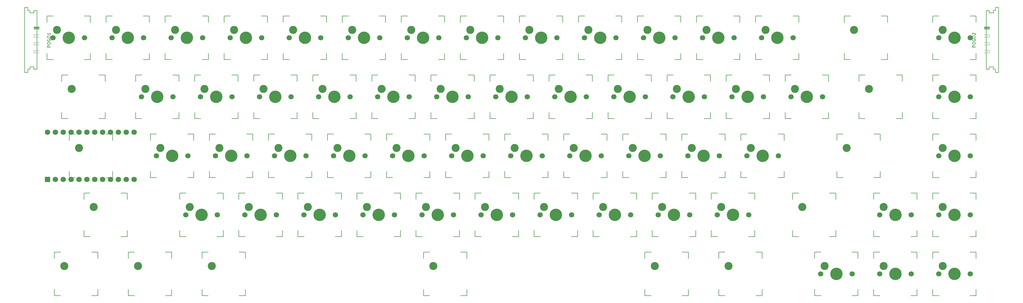
<source format=gbr>
G04 #@! TF.GenerationSoftware,KiCad,Pcbnew,(5.99.0-8711-gbabda304d9)*
G04 #@! TF.CreationDate,2021-01-31T05:21:36-06:00*
G04 #@! TF.ProjectId,65NumpadHATCHED,36354e75-6d70-4616-9448-415443484544,rev?*
G04 #@! TF.SameCoordinates,Original*
G04 #@! TF.FileFunction,Legend,Top*
G04 #@! TF.FilePolarity,Positive*
%FSLAX46Y46*%
G04 Gerber Fmt 4.6, Leading zero omitted, Abs format (unit mm)*
G04 Created by KiCad (PCBNEW (5.99.0-8711-gbabda304d9)) date 2021-01-31 05:21:36*
%MOMM*%
%LPD*%
G01*
G04 APERTURE LIST*
%ADD10C,0.150000*%
%ADD11C,0.120000*%
%ADD12C,2.600000*%
%ADD13C,4.000000*%
%ADD14C,1.700000*%
%ADD15R,1.752600X1.752600*%
%ADD16C,1.752600*%
G04 APERTURE END LIST*
D10*
X298108630Y-61816964D02*
X297108630Y-61816964D01*
X297108630Y-61436011D01*
X297156250Y-61340773D01*
X297203869Y-61293154D01*
X297299107Y-61245535D01*
X297441964Y-61245535D01*
X297537202Y-61293154D01*
X297584821Y-61340773D01*
X297632440Y-61436011D01*
X297632440Y-61816964D01*
X297108630Y-60626488D02*
X297108630Y-60436011D01*
X297156250Y-60340773D01*
X297251488Y-60245535D01*
X297441964Y-60197916D01*
X297775297Y-60197916D01*
X297965773Y-60245535D01*
X298061011Y-60340773D01*
X298108630Y-60436011D01*
X298108630Y-60626488D01*
X298061011Y-60721726D01*
X297965773Y-60816964D01*
X297775297Y-60864583D01*
X297441964Y-60864583D01*
X297251488Y-60816964D01*
X297156250Y-60721726D01*
X297108630Y-60626488D01*
X297156250Y-59245535D02*
X297108630Y-59340773D01*
X297108630Y-59483630D01*
X297156250Y-59626488D01*
X297251488Y-59721726D01*
X297346726Y-59769345D01*
X297537202Y-59816964D01*
X297680059Y-59816964D01*
X297870535Y-59769345D01*
X297965773Y-59721726D01*
X298061011Y-59626488D01*
X298108630Y-59483630D01*
X298108630Y-59388392D01*
X298061011Y-59245535D01*
X298013392Y-59197916D01*
X297680059Y-59197916D01*
X297680059Y-59388392D01*
X297108630Y-58578869D02*
X297108630Y-58388392D01*
X297156250Y-58293154D01*
X297251488Y-58197916D01*
X297441964Y-58150297D01*
X297775297Y-58150297D01*
X297965773Y-58197916D01*
X298061011Y-58293154D01*
X298108630Y-58388392D01*
X298108630Y-58578869D01*
X298061011Y-58674107D01*
X297965773Y-58769345D01*
X297775297Y-58816964D01*
X297441964Y-58816964D01*
X297251488Y-58769345D01*
X297156250Y-58674107D01*
X297108630Y-58578869D01*
X297203869Y-57769345D02*
X297156250Y-57721726D01*
X297108630Y-57626488D01*
X297108630Y-57388392D01*
X297156250Y-57293154D01*
X297203869Y-57245535D01*
X297299107Y-57197916D01*
X297394345Y-57197916D01*
X297537202Y-57245535D01*
X298108630Y-57816964D01*
X298108630Y-57197916D01*
X-341369Y-61816964D02*
X-1341369Y-61816964D01*
X-1341369Y-61436011D01*
X-1293750Y-61340773D01*
X-1246130Y-61293154D01*
X-1150892Y-61245535D01*
X-1008035Y-61245535D01*
X-912797Y-61293154D01*
X-865178Y-61340773D01*
X-817559Y-61436011D01*
X-817559Y-61816964D01*
X-1341369Y-60626488D02*
X-1341369Y-60436011D01*
X-1293750Y-60340773D01*
X-1198511Y-60245535D01*
X-1008035Y-60197916D01*
X-674702Y-60197916D01*
X-484226Y-60245535D01*
X-388988Y-60340773D01*
X-341369Y-60436011D01*
X-341369Y-60626488D01*
X-388988Y-60721726D01*
X-484226Y-60816964D01*
X-674702Y-60864583D01*
X-1008035Y-60864583D01*
X-1198511Y-60816964D01*
X-1293750Y-60721726D01*
X-1341369Y-60626488D01*
X-1293750Y-59245535D02*
X-1341369Y-59340773D01*
X-1341369Y-59483630D01*
X-1293750Y-59626488D01*
X-1198511Y-59721726D01*
X-1103273Y-59769345D01*
X-912797Y-59816964D01*
X-769940Y-59816964D01*
X-579464Y-59769345D01*
X-484226Y-59721726D01*
X-388988Y-59626488D01*
X-341369Y-59483630D01*
X-341369Y-59388392D01*
X-388988Y-59245535D01*
X-436607Y-59197916D01*
X-769940Y-59197916D01*
X-769940Y-59388392D01*
X-1341369Y-58578869D02*
X-1341369Y-58388392D01*
X-1293750Y-58293154D01*
X-1198511Y-58197916D01*
X-1008035Y-58150297D01*
X-674702Y-58150297D01*
X-484226Y-58197916D01*
X-388988Y-58293154D01*
X-341369Y-58388392D01*
X-341369Y-58578869D01*
X-388988Y-58674107D01*
X-484226Y-58769345D01*
X-674702Y-58816964D01*
X-1008035Y-58816964D01*
X-1198511Y-58769345D01*
X-1293750Y-58674107D01*
X-1341369Y-58578869D01*
X-341369Y-57197916D02*
X-341369Y-57769345D01*
X-341369Y-57483630D02*
X-1341369Y-57483630D01*
X-1198511Y-57578869D01*
X-1103273Y-57674107D01*
X-1055654Y-57769345D01*
X269731250Y-65737500D02*
X269731250Y-63737500D01*
X257731250Y-51737500D02*
X255731250Y-51737500D01*
X267731250Y-65737500D02*
X269731250Y-65737500D01*
X269731250Y-51737500D02*
X269731250Y-53737500D01*
X255731250Y-51737500D02*
X255731250Y-53737500D01*
X255731250Y-63737500D02*
X255731250Y-65737500D01*
X267731250Y-51737500D02*
X269731250Y-51737500D01*
X255731250Y-65737500D02*
X257731250Y-65737500D01*
X117618750Y-122887500D02*
X119618750Y-122887500D01*
X119618750Y-108887500D02*
X117618750Y-108887500D01*
X117618750Y-108887500D02*
X117618750Y-110887500D01*
X117618750Y-120887500D02*
X117618750Y-122887500D01*
X131618750Y-122887500D02*
X131618750Y-120887500D01*
X131618750Y-108887500D02*
X131618750Y-110887500D01*
X129618750Y-122887500D02*
X131618750Y-122887500D01*
X129618750Y-108887500D02*
X131618750Y-108887500D01*
X272493750Y-70787500D02*
X274493750Y-70787500D01*
X274493750Y-70787500D02*
X274493750Y-72787500D01*
X260493750Y-82787500D02*
X260493750Y-84787500D01*
X274493750Y-84787500D02*
X274493750Y-82787500D01*
X260493750Y-70787500D02*
X260493750Y-72787500D01*
X272493750Y-84787500D02*
X274493750Y-84787500D01*
X260493750Y-84787500D02*
X262493750Y-84787500D01*
X262493750Y-70787500D02*
X260493750Y-70787500D01*
X188768750Y-108887500D02*
X188768750Y-110887500D01*
X176768750Y-108887500D02*
X174768750Y-108887500D01*
X174768750Y-120887500D02*
X174768750Y-122887500D01*
X174768750Y-108887500D02*
X174768750Y-110887500D01*
X186768750Y-122887500D02*
X188768750Y-122887500D01*
X188768750Y-122887500D02*
X188768750Y-120887500D01*
X174768750Y-122887500D02*
X176768750Y-122887500D01*
X186768750Y-108887500D02*
X188768750Y-108887500D01*
X81518750Y-108887500D02*
X79518750Y-108887500D01*
X91518750Y-122887500D02*
X93518750Y-122887500D01*
X79518750Y-122887500D02*
X81518750Y-122887500D01*
X79518750Y-108887500D02*
X79518750Y-110887500D01*
X79518750Y-120887500D02*
X79518750Y-122887500D01*
X93518750Y-108887500D02*
X93518750Y-110887500D01*
X93518750Y-122887500D02*
X93518750Y-120887500D01*
X91518750Y-108887500D02*
X93518750Y-108887500D01*
X236393750Y-89837500D02*
X236393750Y-91837500D01*
X234393750Y-89837500D02*
X236393750Y-89837500D01*
X222393750Y-89837500D02*
X222393750Y-91837500D01*
X222393750Y-101837500D02*
X222393750Y-103837500D01*
X234393750Y-103837500D02*
X236393750Y-103837500D01*
X224393750Y-89837500D02*
X222393750Y-89837500D01*
X236393750Y-103837500D02*
X236393750Y-101837500D01*
X222393750Y-103837500D02*
X224393750Y-103837500D01*
X205437500Y-127937500D02*
X205437500Y-129937500D01*
X193437500Y-127937500D02*
X191437500Y-127937500D01*
X191437500Y-141937500D02*
X193437500Y-141937500D01*
X203437500Y-141937500D02*
X205437500Y-141937500D01*
X191437500Y-127937500D02*
X191437500Y-129937500D01*
X205437500Y-141937500D02*
X205437500Y-139937500D01*
X191437500Y-139937500D02*
X191437500Y-141937500D01*
X203437500Y-127937500D02*
X205437500Y-127937500D01*
X62562500Y-127937500D02*
X62562500Y-129937500D01*
X48562500Y-139937500D02*
X48562500Y-141937500D01*
X60562500Y-141937500D02*
X62562500Y-141937500D01*
X62562500Y-141937500D02*
X62562500Y-139937500D01*
X50562500Y-127937500D02*
X48562500Y-127937500D01*
X48562500Y-127937500D02*
X48562500Y-129937500D01*
X48562500Y-141937500D02*
X50562500Y-141937500D01*
X60562500Y-127937500D02*
X62562500Y-127937500D01*
X31893750Y-89837500D02*
X31893750Y-91837500D01*
X31893750Y-101837500D02*
X31893750Y-103837500D01*
X33893750Y-89837500D02*
X31893750Y-89837500D01*
X45893750Y-103837500D02*
X45893750Y-101837500D01*
X45893750Y-89837500D02*
X45893750Y-91837500D01*
X43893750Y-103837500D02*
X45893750Y-103837500D01*
X43893750Y-89837500D02*
X45893750Y-89837500D01*
X31893750Y-103837500D02*
X33893750Y-103837500D01*
X79231250Y-70787500D02*
X79231250Y-72787500D01*
X65231250Y-82787500D02*
X65231250Y-84787500D01*
X65231250Y-84787500D02*
X67231250Y-84787500D01*
X79231250Y-84787500D02*
X79231250Y-82787500D01*
X77231250Y-84787500D02*
X79231250Y-84787500D01*
X77231250Y-70787500D02*
X79231250Y-70787500D01*
X65231250Y-70787500D02*
X65231250Y-72787500D01*
X67231250Y-70787500D02*
X65231250Y-70787500D01*
X265256250Y-139937500D02*
X265256250Y-141937500D01*
X267256250Y-127937500D02*
X265256250Y-127937500D01*
X277256250Y-141937500D02*
X279256250Y-141937500D01*
X279256250Y-127937500D02*
X279256250Y-129937500D01*
X265256250Y-141937500D02*
X267256250Y-141937500D01*
X265256250Y-127937500D02*
X265256250Y-129937500D01*
X279256250Y-141937500D02*
X279256250Y-139937500D01*
X277256250Y-127937500D02*
X279256250Y-127937500D01*
X60181250Y-84787500D02*
X60181250Y-82787500D01*
X58181250Y-84787500D02*
X60181250Y-84787500D01*
X48181250Y-70787500D02*
X46181250Y-70787500D01*
X46181250Y-82787500D02*
X46181250Y-84787500D01*
X46181250Y-84787500D02*
X48181250Y-84787500D01*
X58181250Y-70787500D02*
X60181250Y-70787500D01*
X46181250Y-70787500D02*
X46181250Y-72787500D01*
X60181250Y-70787500D02*
X60181250Y-72787500D01*
X110568750Y-108887500D02*
X112568750Y-108887500D01*
X98568750Y-108887500D02*
X98568750Y-110887500D01*
X98568750Y-122887500D02*
X100568750Y-122887500D01*
X100568750Y-108887500D02*
X98568750Y-108887500D01*
X110568750Y-122887500D02*
X112568750Y-122887500D01*
X98568750Y-120887500D02*
X98568750Y-122887500D01*
X112568750Y-122887500D02*
X112568750Y-120887500D01*
X112568750Y-108887500D02*
X112568750Y-110887500D01*
X267256250Y-108887500D02*
X265256250Y-108887500D01*
X265256250Y-120887500D02*
X265256250Y-122887500D01*
X277256250Y-122887500D02*
X279256250Y-122887500D01*
X279256250Y-108887500D02*
X279256250Y-110887500D01*
X277256250Y-108887500D02*
X279256250Y-108887500D01*
X279256250Y-122887500D02*
X279256250Y-120887500D01*
X265256250Y-122887500D02*
X267256250Y-122887500D01*
X265256250Y-108887500D02*
X265256250Y-110887500D01*
X122381250Y-84787500D02*
X124381250Y-84787500D01*
X136381250Y-84787500D02*
X136381250Y-82787500D01*
X122381250Y-70787500D02*
X122381250Y-72787500D01*
X124381250Y-70787500D02*
X122381250Y-70787500D01*
X136381250Y-70787500D02*
X136381250Y-72787500D01*
X122381250Y-82787500D02*
X122381250Y-84787500D01*
X134381250Y-70787500D02*
X136381250Y-70787500D01*
X134381250Y-84787500D02*
X136381250Y-84787500D01*
X189056250Y-63737500D02*
X189056250Y-65737500D01*
X189056250Y-51737500D02*
X189056250Y-53737500D01*
X203056250Y-51737500D02*
X203056250Y-53737500D01*
X203056250Y-65737500D02*
X203056250Y-63737500D01*
X201056250Y-65737500D02*
X203056250Y-65737500D01*
X201056250Y-51737500D02*
X203056250Y-51737500D01*
X191056250Y-51737500D02*
X189056250Y-51737500D01*
X189056250Y-65737500D02*
X191056250Y-65737500D01*
X53418750Y-108887500D02*
X55418750Y-108887500D01*
X43418750Y-108887500D02*
X41418750Y-108887500D01*
X41418750Y-120887500D02*
X41418750Y-122887500D01*
X41418750Y-122887500D02*
X43418750Y-122887500D01*
X55418750Y-122887500D02*
X55418750Y-120887500D01*
X55418750Y-108887500D02*
X55418750Y-110887500D01*
X53418750Y-122887500D02*
X55418750Y-122887500D01*
X41418750Y-108887500D02*
X41418750Y-110887500D01*
X141431250Y-84787500D02*
X143431250Y-84787500D01*
X153431250Y-70787500D02*
X155431250Y-70787500D01*
X155431250Y-84787500D02*
X155431250Y-82787500D01*
X153431250Y-84787500D02*
X155431250Y-84787500D01*
X143431250Y-70787500D02*
X141431250Y-70787500D01*
X155431250Y-70787500D02*
X155431250Y-72787500D01*
X141431250Y-70787500D02*
X141431250Y-72787500D01*
X141431250Y-82787500D02*
X141431250Y-84787500D01*
X55706250Y-65737500D02*
X57706250Y-65737500D01*
X55706250Y-63737500D02*
X55706250Y-65737500D01*
X67706250Y-65737500D02*
X69706250Y-65737500D01*
X69706250Y-51737500D02*
X69706250Y-53737500D01*
X67706250Y-51737500D02*
X69706250Y-51737500D01*
X69706250Y-65737500D02*
X69706250Y-63737500D01*
X55706250Y-51737500D02*
X55706250Y-53737500D01*
X57706250Y-51737500D02*
X55706250Y-51737500D01*
X103331250Y-82787500D02*
X103331250Y-84787500D01*
X103331250Y-84787500D02*
X105331250Y-84787500D01*
X115331250Y-70787500D02*
X117331250Y-70787500D01*
X103331250Y-70787500D02*
X103331250Y-72787500D01*
X105331250Y-70787500D02*
X103331250Y-70787500D01*
X117331250Y-84787500D02*
X117331250Y-82787500D01*
X115331250Y-84787500D02*
X117331250Y-84787500D01*
X117331250Y-70787500D02*
X117331250Y-72787500D01*
X212868750Y-120887500D02*
X212868750Y-122887500D01*
X224868750Y-122887500D02*
X226868750Y-122887500D01*
X224868750Y-108887500D02*
X226868750Y-108887500D01*
X214868750Y-108887500D02*
X212868750Y-108887500D01*
X226868750Y-108887500D02*
X226868750Y-110887500D01*
X212868750Y-108887500D02*
X212868750Y-110887500D01*
X212868750Y-122887500D02*
X214868750Y-122887500D01*
X226868750Y-122887500D02*
X226868750Y-120887500D01*
X124856250Y-51737500D02*
X126856250Y-51737500D01*
X126856250Y-65737500D02*
X126856250Y-63737500D01*
X114856250Y-51737500D02*
X112856250Y-51737500D01*
X124856250Y-65737500D02*
X126856250Y-65737500D01*
X126856250Y-51737500D02*
X126856250Y-53737500D01*
X112856250Y-65737500D02*
X114856250Y-65737500D01*
X112856250Y-63737500D02*
X112856250Y-65737500D01*
X112856250Y-51737500D02*
X112856250Y-53737500D01*
X251062500Y-108887500D02*
X253062500Y-108887500D01*
X239062500Y-122887500D02*
X241062500Y-122887500D01*
X239062500Y-108887500D02*
X239062500Y-110887500D01*
X253062500Y-108887500D02*
X253062500Y-110887500D01*
X251062500Y-122887500D02*
X253062500Y-122887500D01*
X241062500Y-108887500D02*
X239062500Y-108887500D01*
X239062500Y-120887500D02*
X239062500Y-122887500D01*
X253062500Y-122887500D02*
X253062500Y-120887500D01*
X286306250Y-89837500D02*
X284306250Y-89837500D01*
X296306250Y-89837500D02*
X298306250Y-89837500D01*
X298306250Y-89837500D02*
X298306250Y-91837500D01*
X284306250Y-101837500D02*
X284306250Y-103837500D01*
X298306250Y-103837500D02*
X298306250Y-101837500D01*
X296306250Y-103837500D02*
X298306250Y-103837500D01*
X284306250Y-89837500D02*
X284306250Y-91837500D01*
X284306250Y-103837500D02*
X286306250Y-103837500D01*
X198293750Y-103837500D02*
X198293750Y-101837500D01*
X196293750Y-89837500D02*
X198293750Y-89837500D01*
X184293750Y-101837500D02*
X184293750Y-103837500D01*
X186293750Y-89837500D02*
X184293750Y-89837500D01*
X196293750Y-103837500D02*
X198293750Y-103837500D01*
X198293750Y-89837500D02*
X198293750Y-91837500D01*
X184293750Y-103837500D02*
X186293750Y-103837500D01*
X184293750Y-89837500D02*
X184293750Y-91837500D01*
X195818750Y-108887500D02*
X193818750Y-108887500D01*
X207818750Y-108887500D02*
X207818750Y-110887500D01*
X207818750Y-122887500D02*
X207818750Y-120887500D01*
X193818750Y-120887500D02*
X193818750Y-122887500D01*
X205818750Y-108887500D02*
X207818750Y-108887500D01*
X193818750Y-122887500D02*
X195818750Y-122887500D01*
X193818750Y-108887500D02*
X193818750Y-110887500D01*
X205818750Y-122887500D02*
X207818750Y-122887500D01*
X155718750Y-122887500D02*
X157718750Y-122887500D01*
X155718750Y-108887500D02*
X155718750Y-110887500D01*
X169718750Y-122887500D02*
X169718750Y-120887500D01*
X169718750Y-108887500D02*
X169718750Y-110887500D01*
X157718750Y-108887500D02*
X155718750Y-108887500D01*
X167718750Y-122887500D02*
X169718750Y-122887500D01*
X167718750Y-108887500D02*
X169718750Y-108887500D01*
X155718750Y-120887500D02*
X155718750Y-122887500D01*
X212581250Y-70787500D02*
X212581250Y-72787500D01*
X198581250Y-84787500D02*
X200581250Y-84787500D01*
X200581250Y-70787500D02*
X198581250Y-70787500D01*
X210581250Y-84787500D02*
X212581250Y-84787500D01*
X212581250Y-84787500D02*
X212581250Y-82787500D01*
X210581250Y-70787500D02*
X212581250Y-70787500D01*
X198581250Y-70787500D02*
X198581250Y-72787500D01*
X198581250Y-82787500D02*
X198581250Y-84787500D01*
X108093750Y-103837500D02*
X110093750Y-103837500D01*
X108093750Y-89837500D02*
X108093750Y-91837500D01*
X120093750Y-89837500D02*
X122093750Y-89837500D01*
X120093750Y-103837500D02*
X122093750Y-103837500D01*
X108093750Y-101837500D02*
X108093750Y-103837500D01*
X122093750Y-103837500D02*
X122093750Y-101837500D01*
X110093750Y-89837500D02*
X108093750Y-89837500D01*
X122093750Y-89837500D02*
X122093750Y-91837500D01*
X148668750Y-108887500D02*
X150668750Y-108887500D01*
X150668750Y-108887500D02*
X150668750Y-110887500D01*
X150668750Y-122887500D02*
X150668750Y-120887500D01*
X136668750Y-122887500D02*
X138668750Y-122887500D01*
X136668750Y-120887500D02*
X136668750Y-122887500D01*
X148668750Y-122887500D02*
X150668750Y-122887500D01*
X136668750Y-108887500D02*
X136668750Y-110887500D01*
X138668750Y-108887500D02*
X136668750Y-108887500D01*
X62943750Y-103837500D02*
X64943750Y-103837500D01*
X50943750Y-89837500D02*
X50943750Y-91837500D01*
X50943750Y-101837500D02*
X50943750Y-103837500D01*
X50943750Y-103837500D02*
X52943750Y-103837500D01*
X64943750Y-89837500D02*
X64943750Y-91837500D01*
X62943750Y-89837500D02*
X64943750Y-89837500D01*
X52943750Y-89837500D02*
X50943750Y-89837500D01*
X64943750Y-103837500D02*
X64943750Y-101837500D01*
X239156250Y-51737500D02*
X241156250Y-51737500D01*
X241156250Y-65737500D02*
X241156250Y-63737500D01*
X227156250Y-65737500D02*
X229156250Y-65737500D01*
X227156250Y-51737500D02*
X227156250Y-53737500D01*
X241156250Y-51737500D02*
X241156250Y-53737500D01*
X227156250Y-63737500D02*
X227156250Y-65737500D01*
X239156250Y-65737500D02*
X241156250Y-65737500D01*
X229156250Y-51737500D02*
X227156250Y-51737500D01*
X296306250Y-141937500D02*
X298306250Y-141937500D01*
X298306250Y-127937500D02*
X298306250Y-129937500D01*
X298306250Y-141937500D02*
X298306250Y-139937500D01*
X284306250Y-141937500D02*
X286306250Y-141937500D01*
X296306250Y-127937500D02*
X298306250Y-127937500D01*
X284306250Y-139937500D02*
X284306250Y-141937500D01*
X284306250Y-127937500D02*
X284306250Y-129937500D01*
X286306250Y-127937500D02*
X284306250Y-127937500D01*
X170006250Y-63737500D02*
X170006250Y-65737500D01*
X172006250Y-51737500D02*
X170006250Y-51737500D01*
X184006250Y-51737500D02*
X184006250Y-53737500D01*
X184006250Y-65737500D02*
X184006250Y-63737500D01*
X182006250Y-51737500D02*
X184006250Y-51737500D01*
X182006250Y-65737500D02*
X184006250Y-65737500D01*
X170006250Y-65737500D02*
X172006250Y-65737500D01*
X170006250Y-51737500D02*
X170006250Y-53737500D01*
X89043750Y-103837500D02*
X91043750Y-103837500D01*
X101043750Y-89837500D02*
X103043750Y-89837500D01*
X103043750Y-103837500D02*
X103043750Y-101837500D01*
X103043750Y-89837500D02*
X103043750Y-91837500D01*
X89043750Y-89837500D02*
X89043750Y-91837500D01*
X91043750Y-89837500D02*
X89043750Y-89837500D01*
X101043750Y-103837500D02*
X103043750Y-103837500D01*
X89043750Y-101837500D02*
X89043750Y-103837500D01*
X179243750Y-103837500D02*
X179243750Y-101837500D01*
X177243750Y-89837500D02*
X179243750Y-89837500D01*
X165243750Y-101837500D02*
X165243750Y-103837500D01*
X167243750Y-89837500D02*
X165243750Y-89837500D01*
X165243750Y-103837500D02*
X167243750Y-103837500D01*
X179243750Y-89837500D02*
X179243750Y-91837500D01*
X177243750Y-103837500D02*
X179243750Y-103837500D01*
X165243750Y-89837500D02*
X165243750Y-91837500D01*
X86281250Y-70787500D02*
X84281250Y-70787500D01*
X98281250Y-84787500D02*
X98281250Y-82787500D01*
X96281250Y-84787500D02*
X98281250Y-84787500D01*
X84281250Y-84787500D02*
X86281250Y-84787500D01*
X84281250Y-70787500D02*
X84281250Y-72787500D01*
X84281250Y-82787500D02*
X84281250Y-84787500D01*
X96281250Y-70787500D02*
X98281250Y-70787500D01*
X98281250Y-70787500D02*
X98281250Y-72787500D01*
X298306250Y-122887500D02*
X298306250Y-120887500D01*
X284306250Y-122887500D02*
X286306250Y-122887500D01*
X296306250Y-108887500D02*
X298306250Y-108887500D01*
X284306250Y-120887500D02*
X284306250Y-122887500D01*
X284306250Y-108887500D02*
X284306250Y-110887500D01*
X286306250Y-108887500D02*
X284306250Y-108887500D01*
X298306250Y-108887500D02*
X298306250Y-110887500D01*
X296306250Y-122887500D02*
X298306250Y-122887500D01*
X27131250Y-82787500D02*
X27131250Y-84787500D01*
X39131250Y-84787500D02*
X41131250Y-84787500D01*
X27131250Y-70787500D02*
X27131250Y-72787500D01*
X27131250Y-84787500D02*
X29131250Y-84787500D01*
X41131250Y-84787500D02*
X41131250Y-82787500D01*
X29131250Y-70787500D02*
X27131250Y-70787500D01*
X41131250Y-70787500D02*
X41131250Y-72787500D01*
X39131250Y-70787500D02*
X41131250Y-70787500D01*
X220106250Y-51737500D02*
X222106250Y-51737500D01*
X208106250Y-51737500D02*
X208106250Y-53737500D01*
X208106250Y-65737500D02*
X210106250Y-65737500D01*
X220106250Y-65737500D02*
X222106250Y-65737500D01*
X210106250Y-51737500D02*
X208106250Y-51737500D01*
X222106250Y-65737500D02*
X222106250Y-63737500D01*
X208106250Y-63737500D02*
X208106250Y-65737500D01*
X222106250Y-51737500D02*
X222106250Y-53737500D01*
X88756250Y-65737500D02*
X88756250Y-63737500D01*
X88756250Y-51737500D02*
X88756250Y-53737500D01*
X74756250Y-65737500D02*
X76756250Y-65737500D01*
X86756250Y-65737500D02*
X88756250Y-65737500D01*
X74756250Y-63737500D02*
X74756250Y-65737500D01*
X76756250Y-51737500D02*
X74756250Y-51737500D01*
X74756250Y-51737500D02*
X74756250Y-53737500D01*
X86756250Y-51737500D02*
X88756250Y-51737500D01*
X217631250Y-84787500D02*
X219631250Y-84787500D01*
X231631250Y-70787500D02*
X231631250Y-72787500D01*
X217631250Y-82787500D02*
X217631250Y-84787500D01*
X231631250Y-84787500D02*
X231631250Y-82787500D01*
X219631250Y-70787500D02*
X217631250Y-70787500D01*
X217631250Y-70787500D02*
X217631250Y-72787500D01*
X229631250Y-84787500D02*
X231631250Y-84787500D01*
X229631250Y-70787500D02*
X231631250Y-70787500D01*
X193531250Y-70787500D02*
X193531250Y-72787500D01*
X179531250Y-82787500D02*
X179531250Y-84787500D01*
X191531250Y-84787500D02*
X193531250Y-84787500D01*
X193531250Y-84787500D02*
X193531250Y-82787500D01*
X179531250Y-84787500D02*
X181531250Y-84787500D01*
X181531250Y-70787500D02*
X179531250Y-70787500D01*
X179531250Y-70787500D02*
X179531250Y-72787500D01*
X191531250Y-70787500D02*
X193531250Y-70787500D01*
X255350000Y-89837500D02*
X253350000Y-89837500D01*
X265350000Y-103837500D02*
X267350000Y-103837500D01*
X253350000Y-101837500D02*
X253350000Y-103837500D01*
X265350000Y-89837500D02*
X267350000Y-89837500D01*
X267350000Y-89837500D02*
X267350000Y-91837500D01*
X253350000Y-89837500D02*
X253350000Y-91837500D01*
X253350000Y-103837500D02*
X255350000Y-103837500D01*
X267350000Y-103837500D02*
X267350000Y-101837500D01*
X48656250Y-51737500D02*
X50656250Y-51737500D01*
X36656250Y-63737500D02*
X36656250Y-65737500D01*
X50656250Y-65737500D02*
X50656250Y-63737500D01*
X50656250Y-51737500D02*
X50656250Y-53737500D01*
X36656250Y-51737500D02*
X36656250Y-53737500D01*
X48656250Y-65737500D02*
X50656250Y-65737500D01*
X36656250Y-65737500D02*
X38656250Y-65737500D01*
X38656250Y-51737500D02*
X36656250Y-51737500D01*
X93806250Y-51737500D02*
X93806250Y-53737500D01*
X93806250Y-65737500D02*
X95806250Y-65737500D01*
X105806250Y-51737500D02*
X107806250Y-51737500D01*
X107806250Y-51737500D02*
X107806250Y-53737500D01*
X95806250Y-51737500D02*
X93806250Y-51737500D01*
X107806250Y-65737500D02*
X107806250Y-63737500D01*
X105806250Y-65737500D02*
X107806250Y-65737500D01*
X93806250Y-63737500D02*
X93806250Y-65737500D01*
X203343750Y-101837500D02*
X203343750Y-103837500D01*
X215343750Y-89837500D02*
X217343750Y-89837500D01*
X203343750Y-103837500D02*
X205343750Y-103837500D01*
X217343750Y-89837500D02*
X217343750Y-91837500D01*
X205343750Y-89837500D02*
X203343750Y-89837500D01*
X215343750Y-103837500D02*
X217343750Y-103837500D01*
X203343750Y-89837500D02*
X203343750Y-91837500D01*
X217343750Y-103837500D02*
X217343750Y-101837500D01*
X248681250Y-84787500D02*
X250681250Y-84787500D01*
X236681250Y-84787500D02*
X238681250Y-84787500D01*
X248681250Y-70787500D02*
X250681250Y-70787500D01*
X236681250Y-82787500D02*
X236681250Y-84787500D01*
X238681250Y-70787500D02*
X236681250Y-70787500D01*
X236681250Y-70787500D02*
X236681250Y-72787500D01*
X250681250Y-84787500D02*
X250681250Y-82787500D01*
X250681250Y-70787500D02*
X250681250Y-72787500D01*
X148193750Y-89837500D02*
X146193750Y-89837500D01*
X158193750Y-103837500D02*
X160193750Y-103837500D01*
X160193750Y-103837500D02*
X160193750Y-101837500D01*
X160193750Y-89837500D02*
X160193750Y-91837500D01*
X146193750Y-89837500D02*
X146193750Y-91837500D01*
X146193750Y-101837500D02*
X146193750Y-103837500D01*
X146193750Y-103837500D02*
X148193750Y-103837500D01*
X158193750Y-89837500D02*
X160193750Y-89837500D01*
X258206250Y-141937500D02*
X260206250Y-141937500D01*
X246206250Y-141937500D02*
X248206250Y-141937500D01*
X248206250Y-127937500D02*
X246206250Y-127937500D01*
X260206250Y-127937500D02*
X260206250Y-129937500D01*
X258206250Y-127937500D02*
X260206250Y-127937500D01*
X246206250Y-139937500D02*
X246206250Y-141937500D01*
X260206250Y-141937500D02*
X260206250Y-139937500D01*
X246206250Y-127937500D02*
X246206250Y-129937500D01*
X174481250Y-70787500D02*
X174481250Y-72787500D01*
X160481250Y-84787500D02*
X162481250Y-84787500D01*
X160481250Y-82787500D02*
X160481250Y-84787500D01*
X172481250Y-84787500D02*
X174481250Y-84787500D01*
X160481250Y-70787500D02*
X160481250Y-72787500D01*
X162481250Y-70787500D02*
X160481250Y-70787500D01*
X174481250Y-84787500D02*
X174481250Y-82787500D01*
X172481250Y-70787500D02*
X174481250Y-70787500D01*
X139143750Y-89837500D02*
X141143750Y-89837500D01*
X127143750Y-89837500D02*
X127143750Y-91837500D01*
X139143750Y-103837500D02*
X141143750Y-103837500D01*
X141143750Y-103837500D02*
X141143750Y-101837500D01*
X127143750Y-101837500D02*
X127143750Y-103837500D01*
X129143750Y-89837500D02*
X127143750Y-89837500D01*
X127143750Y-103837500D02*
X129143750Y-103837500D01*
X141143750Y-89837500D02*
X141143750Y-91837500D01*
X71993750Y-89837500D02*
X69993750Y-89837500D01*
X81993750Y-103837500D02*
X83993750Y-103837500D01*
X69993750Y-103837500D02*
X71993750Y-103837500D01*
X69993750Y-89837500D02*
X69993750Y-91837500D01*
X81993750Y-89837500D02*
X83993750Y-89837500D01*
X83993750Y-103837500D02*
X83993750Y-101837500D01*
X69993750Y-101837500D02*
X69993750Y-103837500D01*
X83993750Y-89837500D02*
X83993750Y-91837500D01*
X296306250Y-51737500D02*
X298306250Y-51737500D01*
X298306250Y-65737500D02*
X298306250Y-63737500D01*
X284306250Y-63737500D02*
X284306250Y-65737500D01*
X296306250Y-65737500D02*
X298306250Y-65737500D01*
X298306250Y-51737500D02*
X298306250Y-53737500D01*
X284306250Y-65737500D02*
X286306250Y-65737500D01*
X286306250Y-51737500D02*
X284306250Y-51737500D01*
X284306250Y-51737500D02*
X284306250Y-53737500D01*
X150956250Y-63737500D02*
X150956250Y-65737500D01*
X164956250Y-65737500D02*
X164956250Y-63737500D01*
X162956250Y-51737500D02*
X164956250Y-51737500D01*
X164956250Y-51737500D02*
X164956250Y-53737500D01*
X162956250Y-65737500D02*
X164956250Y-65737500D01*
X150956250Y-65737500D02*
X152956250Y-65737500D01*
X150956250Y-51737500D02*
X150956250Y-53737500D01*
X152956250Y-51737500D02*
X150956250Y-51737500D01*
X937500Y-141937500D02*
X2937500Y-141937500D01*
X14937500Y-141937500D02*
X14937500Y-139937500D01*
X937500Y-127937500D02*
X937500Y-129937500D01*
X937500Y-139937500D02*
X937500Y-141937500D01*
X12937500Y-141937500D02*
X14937500Y-141937500D01*
X14937500Y-127937500D02*
X14937500Y-129937500D01*
X12937500Y-127937500D02*
X14937500Y-127937500D01*
X2937500Y-127937500D02*
X937500Y-127937500D01*
X7700000Y-89837500D02*
X5700000Y-89837500D01*
X5700000Y-101837500D02*
X5700000Y-103837500D01*
X17700000Y-103837500D02*
X19700000Y-103837500D01*
X19700000Y-103837500D02*
X19700000Y-101837500D01*
X19700000Y-89837500D02*
X19700000Y-91837500D01*
X17700000Y-89837500D02*
X19700000Y-89837500D01*
X5700000Y-103837500D02*
X7700000Y-103837500D01*
X5700000Y-89837500D02*
X5700000Y-91837500D01*
X38750000Y-127937500D02*
X38750000Y-129937500D01*
X24750000Y-127937500D02*
X24750000Y-129937500D01*
X36750000Y-127937500D02*
X38750000Y-127937500D01*
X36750000Y-141937500D02*
X38750000Y-141937500D01*
X26750000Y-127937500D02*
X24750000Y-127937500D01*
X38750000Y-141937500D02*
X38750000Y-139937500D01*
X24750000Y-139937500D02*
X24750000Y-141937500D01*
X24750000Y-141937500D02*
X26750000Y-141937500D01*
X17318750Y-70787500D02*
X17318750Y-72787500D01*
X3318750Y-82787500D02*
X3318750Y-84787500D01*
X15318750Y-70787500D02*
X17318750Y-70787500D01*
X5318750Y-70787500D02*
X3318750Y-70787500D01*
X15318750Y-84787500D02*
X17318750Y-84787500D01*
X3318750Y-84787500D02*
X5318750Y-84787500D01*
X3318750Y-70787500D02*
X3318750Y-72787500D01*
X17318750Y-84787500D02*
X17318750Y-82787500D01*
X10462500Y-120887500D02*
X10462500Y-122887500D01*
X24462500Y-122887500D02*
X24462500Y-120887500D01*
X22462500Y-108887500D02*
X24462500Y-108887500D01*
X24462500Y-108887500D02*
X24462500Y-110887500D01*
X22462500Y-122887500D02*
X24462500Y-122887500D01*
X10462500Y-122887500D02*
X12462500Y-122887500D01*
X12462500Y-108887500D02*
X10462500Y-108887500D01*
X10462500Y-108887500D02*
X10462500Y-110887500D01*
X60468750Y-122887500D02*
X62468750Y-122887500D01*
X72468750Y-122887500D02*
X74468750Y-122887500D01*
X72468750Y-108887500D02*
X74468750Y-108887500D01*
X60468750Y-120887500D02*
X60468750Y-122887500D01*
X62468750Y-108887500D02*
X60468750Y-108887500D01*
X74468750Y-122887500D02*
X74468750Y-120887500D01*
X74468750Y-108887500D02*
X74468750Y-110887500D01*
X60468750Y-108887500D02*
X60468750Y-110887500D01*
X227250000Y-127937500D02*
X229250000Y-127937500D01*
X229250000Y-127937500D02*
X229250000Y-129937500D01*
X227250000Y-141937500D02*
X229250000Y-141937500D01*
X217250000Y-127937500D02*
X215250000Y-127937500D01*
X229250000Y-141937500D02*
X229250000Y-139937500D01*
X215250000Y-141937500D02*
X217250000Y-141937500D01*
X215250000Y-127937500D02*
X215250000Y-129937500D01*
X215250000Y-139937500D02*
X215250000Y-141937500D01*
X29606250Y-51737500D02*
X31606250Y-51737500D01*
X17606250Y-51737500D02*
X17606250Y-53737500D01*
X17606250Y-65737500D02*
X19606250Y-65737500D01*
X29606250Y-65737500D02*
X31606250Y-65737500D01*
X19606250Y-51737500D02*
X17606250Y-51737500D01*
X31606250Y-65737500D02*
X31606250Y-63737500D01*
X31606250Y-51737500D02*
X31606250Y-53737500D01*
X17606250Y-63737500D02*
X17606250Y-65737500D01*
X303837500Y-68932500D02*
X303837500Y-68132500D01*
X301537500Y-56062500D02*
X301537500Y-55062500D01*
D11*
X300889500Y-55182500D02*
X302577500Y-55182500D01*
X302577500Y-62802500D02*
X302577500Y-63562500D01*
D10*
X302537500Y-68932500D02*
X301537500Y-68932500D01*
X305537500Y-69932500D02*
X304537500Y-69932500D01*
X305537500Y-48932500D02*
X305537500Y-69932500D01*
X302537500Y-50732500D02*
X302537500Y-49932500D01*
X304537500Y-48932500D02*
X304537500Y-49932500D01*
D11*
X302571500Y-57722500D02*
X302571500Y-58482500D01*
X300889500Y-55602500D02*
X302577500Y-55602500D01*
D10*
X302537500Y-49932500D02*
X301537500Y-49932500D01*
D11*
X300883500Y-57722500D02*
X302571500Y-57722500D01*
X302571500Y-60262500D02*
X302571500Y-61022500D01*
X300889500Y-55722500D02*
X302577500Y-55722500D01*
D10*
X303837500Y-68132500D02*
X302537500Y-68132500D01*
X304537500Y-69932500D02*
X304537500Y-68932500D01*
D11*
X302577500Y-63562500D02*
X300889500Y-63562500D01*
X302577500Y-55182500D02*
X302577500Y-55942500D01*
D10*
X304537500Y-68932500D02*
X303837500Y-68932500D01*
D11*
X300883500Y-60262500D02*
X302571500Y-60262500D01*
X302577500Y-55942500D02*
X300889500Y-55942500D01*
X302571500Y-61022500D02*
X300883500Y-61022500D01*
X300889500Y-62802500D02*
X302577500Y-62802500D01*
X300889500Y-55482500D02*
X302577500Y-55482500D01*
X300889500Y-55242500D02*
X302577500Y-55242500D01*
D10*
X301537500Y-49932500D02*
X301537500Y-68932500D01*
X303837500Y-49932500D02*
X303837500Y-50732500D01*
X303837500Y-50732500D02*
X302537500Y-50732500D01*
X302537500Y-68132500D02*
X302537500Y-68932500D01*
D11*
X300889500Y-55362500D02*
X302577500Y-55362500D01*
D10*
X305537500Y-48932500D02*
X304537500Y-48932500D01*
X304537500Y-49932500D02*
X303837500Y-49932500D01*
D11*
X300889500Y-55842500D02*
X302577500Y-55842500D01*
X302571500Y-58482500D02*
X300883500Y-58482500D01*
D10*
X131906250Y-65737500D02*
X133906250Y-65737500D01*
X145906250Y-51737500D02*
X145906250Y-53737500D01*
X145906250Y-65737500D02*
X145906250Y-63737500D01*
X143906250Y-51737500D02*
X145906250Y-51737500D01*
X131906250Y-63737500D02*
X131906250Y-65737500D01*
X143906250Y-65737500D02*
X145906250Y-65737500D01*
X131906250Y-51737500D02*
X131906250Y-53737500D01*
X133906250Y-51737500D02*
X131906250Y-51737500D01*
X284306250Y-70787500D02*
X284306250Y-72787500D01*
X286306250Y-70787500D02*
X284306250Y-70787500D01*
X298306250Y-70787500D02*
X298306250Y-72787500D01*
X284306250Y-82787500D02*
X284306250Y-84787500D01*
X284306250Y-84787500D02*
X286306250Y-84787500D01*
X298306250Y-84787500D02*
X298306250Y-82787500D01*
X296306250Y-84787500D02*
X298306250Y-84787500D01*
X296306250Y-70787500D02*
X298306250Y-70787500D01*
X134000000Y-127937500D02*
X134000000Y-129937500D01*
X120000000Y-127937500D02*
X120000000Y-129937500D01*
X120000000Y-139937500D02*
X120000000Y-141937500D01*
X132000000Y-127937500D02*
X134000000Y-127937500D01*
X122000000Y-127937500D02*
X120000000Y-127937500D01*
X132000000Y-141937500D02*
X134000000Y-141937500D01*
X120000000Y-141937500D02*
X122000000Y-141937500D01*
X134000000Y-141937500D02*
X134000000Y-139937500D01*
D11*
X-4027000Y-55602500D02*
X-5715000Y-55602500D01*
D10*
X-8675000Y-48932500D02*
X-7675000Y-48932500D01*
D11*
X-5715000Y-55182500D02*
X-5715000Y-55942500D01*
X-5709000Y-61022500D02*
X-4021000Y-61022500D01*
D10*
X-5675000Y-68932500D02*
X-4675000Y-68932500D01*
D11*
X-5709000Y-60262500D02*
X-5709000Y-61022500D01*
D10*
X-6975000Y-50732500D02*
X-5675000Y-50732500D01*
D11*
X-4027000Y-62802500D02*
X-5715000Y-62802500D01*
X-4027000Y-55182500D02*
X-5715000Y-55182500D01*
D10*
X-8675000Y-48932500D02*
X-8675000Y-69932500D01*
X-5675000Y-49932500D02*
X-4675000Y-49932500D01*
X-6975000Y-68932500D02*
X-6975000Y-68132500D01*
D11*
X-4027000Y-55842500D02*
X-5715000Y-55842500D01*
D10*
X-5675000Y-68132500D02*
X-5675000Y-68932500D01*
X-5675000Y-50732500D02*
X-5675000Y-49932500D01*
D11*
X-5709000Y-58482500D02*
X-4021000Y-58482500D01*
D10*
X-7675000Y-69932500D02*
X-7675000Y-68932500D01*
X-7675000Y-48932500D02*
X-7675000Y-49932500D01*
D11*
X-4021000Y-57722500D02*
X-5709000Y-57722500D01*
D10*
X-7675000Y-68932500D02*
X-6975000Y-68932500D01*
D11*
X-4027000Y-55242500D02*
X-5715000Y-55242500D01*
D10*
X-4675000Y-56062500D02*
X-4675000Y-55062500D01*
D11*
X-4027000Y-55722500D02*
X-5715000Y-55722500D01*
X-5715000Y-55942500D02*
X-4027000Y-55942500D01*
X-4027000Y-55482500D02*
X-5715000Y-55482500D01*
X-5715000Y-63562500D02*
X-4027000Y-63562500D01*
D10*
X-6975000Y-68132500D02*
X-5675000Y-68132500D01*
D11*
X-5709000Y-57722500D02*
X-5709000Y-58482500D01*
D10*
X-8675000Y-69932500D02*
X-7675000Y-69932500D01*
X-4675000Y-49932500D02*
X-4675000Y-68932500D01*
X-6975000Y-49932500D02*
X-6975000Y-50732500D01*
D11*
X-4021000Y-60262500D02*
X-5709000Y-60262500D01*
X-4027000Y-55362500D02*
X-5715000Y-55362500D01*
X-5715000Y-62802500D02*
X-5715000Y-63562500D01*
D10*
X-7675000Y-49932500D02*
X-6975000Y-49932500D01*
X10556250Y-51737500D02*
X12556250Y-51737500D01*
X10556250Y-65737500D02*
X12556250Y-65737500D01*
X-1443750Y-65737500D02*
X556250Y-65737500D01*
X556250Y-51737500D02*
X-1443750Y-51737500D01*
X-1443750Y-51737500D02*
X-1443750Y-53737500D01*
X-1443750Y-63737500D02*
X-1443750Y-65737500D01*
X12556250Y-51737500D02*
X12556250Y-53737500D01*
X12556250Y-65737500D02*
X12556250Y-63737500D01*
D12*
X258921250Y-56197500D03*
D13*
X124618750Y-115887500D03*
D14*
X129698750Y-115887500D03*
X119538750Y-115887500D03*
D12*
X120808750Y-113347500D03*
X263683750Y-75247500D03*
D14*
X176688750Y-115887500D03*
D13*
X181768750Y-115887500D03*
D14*
X186848750Y-115887500D03*
D12*
X177958750Y-113347500D03*
D13*
X86518750Y-115887500D03*
D14*
X81438750Y-115887500D03*
X91598750Y-115887500D03*
D12*
X82708750Y-113347500D03*
D13*
X229393750Y-96837500D03*
D14*
X224313750Y-96837500D03*
X234473750Y-96837500D03*
D12*
X225583750Y-94297500D03*
X194627500Y-132397500D03*
X51752500Y-132397500D03*
D13*
X38893750Y-96837500D03*
D14*
X33813750Y-96837500D03*
X43973750Y-96837500D03*
D12*
X35083750Y-94297500D03*
D13*
X72231250Y-77787500D03*
D14*
X67151250Y-77787500D03*
X77311250Y-77787500D03*
D12*
X68421250Y-75247500D03*
D14*
X267176250Y-134937500D03*
X277336250Y-134937500D03*
D13*
X272256250Y-134937500D03*
D12*
X268446250Y-132397500D03*
D14*
X58261250Y-77787500D03*
X48101250Y-77787500D03*
D13*
X53181250Y-77787500D03*
D12*
X49371250Y-75247500D03*
D13*
X105568750Y-115887500D03*
D14*
X110648750Y-115887500D03*
X100488750Y-115887500D03*
D12*
X101758750Y-113347500D03*
D14*
X267176250Y-115887500D03*
X277336250Y-115887500D03*
D13*
X272256250Y-115887500D03*
D12*
X268446250Y-113347500D03*
D14*
X134461250Y-77787500D03*
X124301250Y-77787500D03*
D13*
X129381250Y-77787500D03*
D12*
X125571250Y-75247500D03*
D13*
X196056250Y-58737500D03*
D14*
X190976250Y-58737500D03*
X201136250Y-58737500D03*
D12*
X192246250Y-56197500D03*
D14*
X53498750Y-115887500D03*
X43338750Y-115887500D03*
D13*
X48418750Y-115887500D03*
D12*
X44608750Y-113347500D03*
D14*
X143351250Y-77787500D03*
X153511250Y-77787500D03*
D13*
X148431250Y-77787500D03*
D12*
X144621250Y-75247500D03*
D14*
X67786250Y-58737500D03*
X57626250Y-58737500D03*
D13*
X62706250Y-58737500D03*
D12*
X58896250Y-56197500D03*
D14*
X115411250Y-77787500D03*
D13*
X110331250Y-77787500D03*
D14*
X105251250Y-77787500D03*
D12*
X106521250Y-75247500D03*
D14*
X214788750Y-115887500D03*
D13*
X219868750Y-115887500D03*
D14*
X224948750Y-115887500D03*
D12*
X216058750Y-113347500D03*
D14*
X124936250Y-58737500D03*
X114776250Y-58737500D03*
D13*
X119856250Y-58737500D03*
D12*
X116046250Y-56197500D03*
X242252500Y-113347500D03*
D14*
X296386250Y-96837500D03*
X286226250Y-96837500D03*
D13*
X291306250Y-96837500D03*
D12*
X287496250Y-94297500D03*
D14*
X186213750Y-96837500D03*
D13*
X191293750Y-96837500D03*
D14*
X196373750Y-96837500D03*
D12*
X187483750Y-94297500D03*
D13*
X200818750Y-115887500D03*
D14*
X205898750Y-115887500D03*
X195738750Y-115887500D03*
D12*
X197008750Y-113347500D03*
D14*
X167798750Y-115887500D03*
D13*
X162718750Y-115887500D03*
D14*
X157638750Y-115887500D03*
D12*
X158908750Y-113347500D03*
D13*
X205581250Y-77787500D03*
D14*
X200501250Y-77787500D03*
X210661250Y-77787500D03*
D12*
X201771250Y-75247500D03*
D14*
X120173750Y-96837500D03*
D13*
X115093750Y-96837500D03*
D14*
X110013750Y-96837500D03*
D12*
X111283750Y-94297500D03*
D14*
X148748750Y-115887500D03*
D13*
X143668750Y-115887500D03*
D14*
X138588750Y-115887500D03*
D12*
X139858750Y-113347500D03*
D14*
X63023750Y-96837500D03*
D13*
X57943750Y-96837500D03*
D14*
X52863750Y-96837500D03*
D12*
X54133750Y-94297500D03*
D13*
X234156250Y-58737500D03*
D14*
X239236250Y-58737500D03*
X229076250Y-58737500D03*
D12*
X230346250Y-56197500D03*
D14*
X286226250Y-134937500D03*
X296386250Y-134937500D03*
D13*
X291306250Y-134937500D03*
D12*
X287496250Y-132397500D03*
D13*
X177006250Y-58737500D03*
D14*
X182086250Y-58737500D03*
X171926250Y-58737500D03*
D12*
X173196250Y-56197500D03*
D14*
X101123750Y-96837500D03*
D13*
X96043750Y-96837500D03*
D14*
X90963750Y-96837500D03*
D12*
X92233750Y-94297500D03*
D13*
X172243750Y-96837500D03*
D14*
X167163750Y-96837500D03*
X177323750Y-96837500D03*
D12*
X168433750Y-94297500D03*
D14*
X86201250Y-77787500D03*
D13*
X91281250Y-77787500D03*
D14*
X96361250Y-77787500D03*
D12*
X87471250Y-75247500D03*
D13*
X291306250Y-115887500D03*
D14*
X286226250Y-115887500D03*
X296386250Y-115887500D03*
D12*
X287496250Y-113347500D03*
D14*
X39211250Y-77787500D03*
X29051250Y-77787500D03*
D13*
X34131250Y-77787500D03*
D12*
X30321250Y-75247500D03*
D13*
X215106250Y-58737500D03*
D14*
X220186250Y-58737500D03*
X210026250Y-58737500D03*
D12*
X211296250Y-56197500D03*
D14*
X86836250Y-58737500D03*
X76676250Y-58737500D03*
D13*
X81756250Y-58737500D03*
D12*
X77946250Y-56197500D03*
D13*
X224631250Y-77787500D03*
D14*
X229711250Y-77787500D03*
X219551250Y-77787500D03*
D12*
X220821250Y-75247500D03*
D13*
X186531250Y-77787500D03*
D14*
X181451250Y-77787500D03*
X191611250Y-77787500D03*
D12*
X182721250Y-75247500D03*
X256540000Y-94297500D03*
D14*
X38576250Y-58737500D03*
X48736250Y-58737500D03*
D13*
X43656250Y-58737500D03*
D12*
X39846250Y-56197500D03*
D13*
X100806250Y-58737500D03*
D14*
X105886250Y-58737500D03*
X95726250Y-58737500D03*
D12*
X96996250Y-56197500D03*
D14*
X215423750Y-96837500D03*
X205263750Y-96837500D03*
D13*
X210343750Y-96837500D03*
D12*
X206533750Y-94297500D03*
D14*
X248761250Y-77787500D03*
X238601250Y-77787500D03*
D13*
X243681250Y-77787500D03*
D12*
X239871250Y-75247500D03*
D14*
X158273750Y-96837500D03*
X148113750Y-96837500D03*
D13*
X153193750Y-96837500D03*
D12*
X149383750Y-94297500D03*
D14*
X258286250Y-134937500D03*
X248126250Y-134937500D03*
D13*
X253206250Y-134937500D03*
D12*
X249396250Y-132397500D03*
D14*
X162401250Y-77787500D03*
X172561250Y-77787500D03*
D13*
X167481250Y-77787500D03*
D12*
X163671250Y-75247500D03*
D14*
X139223750Y-96837500D03*
D13*
X134143750Y-96837500D03*
D14*
X129063750Y-96837500D03*
D12*
X130333750Y-94297500D03*
D13*
X76993750Y-96837500D03*
D14*
X71913750Y-96837500D03*
X82073750Y-96837500D03*
D12*
X73183750Y-94297500D03*
D13*
X291306250Y-58737500D03*
D14*
X296386250Y-58737500D03*
X286226250Y-58737500D03*
D12*
X287496250Y-56197500D03*
D14*
X163036250Y-58737500D03*
X152876250Y-58737500D03*
D13*
X157956250Y-58737500D03*
D12*
X154146250Y-56197500D03*
X4127500Y-132397500D03*
X8890000Y-94297500D03*
X27940000Y-132397500D03*
X6508750Y-75247500D03*
X13652500Y-113347500D03*
D13*
X67468750Y-115887500D03*
D14*
X72548750Y-115887500D03*
X62388750Y-115887500D03*
D12*
X63658750Y-113347500D03*
X218440000Y-132397500D03*
D13*
X24606250Y-58737500D03*
D14*
X19526250Y-58737500D03*
X29686250Y-58737500D03*
D12*
X20796250Y-56197500D03*
D13*
X138906250Y-58737500D03*
D14*
X133826250Y-58737500D03*
X143986250Y-58737500D03*
D12*
X135096250Y-56197500D03*
D14*
X286226250Y-77787500D03*
D13*
X291306250Y-77787500D03*
D14*
X296386250Y-77787500D03*
D12*
X287496250Y-75247500D03*
X123190000Y-132397500D03*
D15*
X-1270000Y-104457500D03*
D16*
X1270000Y-104457500D03*
X3810000Y-104457500D03*
X6350000Y-104457500D03*
X8890000Y-104457500D03*
X11430000Y-104457500D03*
X13970000Y-104457500D03*
X16510000Y-104457500D03*
X19050000Y-104457500D03*
X21590000Y-104457500D03*
X24130000Y-104457500D03*
X26670000Y-104457500D03*
X26670000Y-89217500D03*
X24130000Y-89217500D03*
X21590000Y-89217500D03*
X19050000Y-89217500D03*
X16510000Y-89217500D03*
X13970000Y-89217500D03*
X11430000Y-89217500D03*
X8890000Y-89217500D03*
X6350000Y-89217500D03*
X3810000Y-89217500D03*
X1270000Y-89217500D03*
X-1270000Y-89217500D03*
D14*
X10636250Y-58737500D03*
X476250Y-58737500D03*
D13*
X5556250Y-58737500D03*
D12*
X1746250Y-56197500D03*
M02*

</source>
